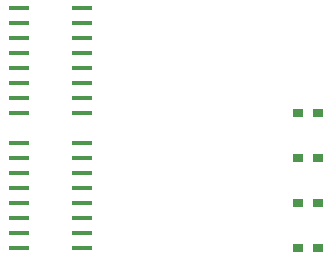
<source format=gtp>
G04 DipTrace 2.3.1.0*
%INminishiftjig_TopPaste.gtp*%
%MOIN*%
%ADD28R,0.0709X0.0157*%
%ADD30R,0.0354X0.0315*%
%FSLAX44Y44*%
G04*
G70*
G90*
G75*
G01*
%LNTopPaste*%
%LPD*%
D30*
X22937Y9937D3*
X23606D3*
X22937Y11437D3*
X23606D3*
X22937Y12937D3*
X23606D3*
X22937Y8437D3*
X23606D3*
D28*
X15750D3*
Y8937D3*
Y9437D3*
Y9937D3*
Y10437D3*
Y10937D3*
Y11437D3*
Y11937D3*
X13624D3*
Y11437D3*
Y10937D3*
Y10437D3*
Y9937D3*
Y9437D3*
Y8937D3*
Y8437D3*
Y16437D3*
Y15937D3*
Y15437D3*
Y14937D3*
Y14437D3*
Y13937D3*
Y13437D3*
Y12937D3*
X15750D3*
Y13437D3*
Y13937D3*
Y14437D3*
Y14937D3*
Y15437D3*
Y15937D3*
Y16437D3*
M02*

</source>
